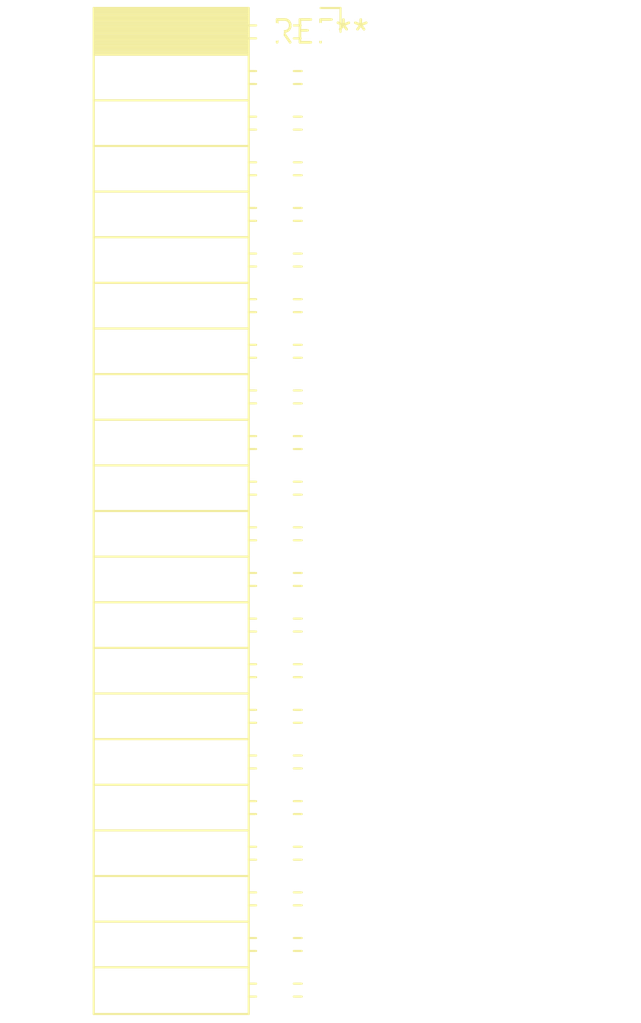
<source format=kicad_pcb>
(kicad_pcb (version 20240108) (generator pcbnew)
  (layers (0 "F.Cu" signal) (31 "B.Cu" signal) (34 "B.Paste" user) (35 "F.Paste" user) (36 "B.SilkS" user "B.Silkscreen") (37 "F.SilkS" user "F.Silkscreen") (38 "B.Mask" user) (39 "F.Mask" user) (44 "Edge.Cuts" user))
  (net 0 "")
  (footprint "PinSocket_2x22_P2.54mm_Horizontal" (layer "F.Cu") (at 0 0)
    (property "Reference" "REF**")
    (property "Value" "PinSocket_2x22_P2.54mm_Horizontal")
    (fp_line (start -12.63 -1.33) (end -12.63 54.67) (layer "F.SilkS") (stroke (width 0.12)))
    (fp_line (start -12.63 -1.33) (end -4 -1.33) (layer "F.SilkS") (stroke (width 0.12)))
    (fp_line (start -12.63 -1.21) (end -4 -1.21) (layer "F.SilkS") (stroke (width 0.12)))
    (fp_line (start -12.63 -1.091905) (end -4 -1.091905) (layer "F.SilkS") (stroke (width 0.12)))
    (fp_line (start -12.63 -0.97381) (end -4 -0.97381) (layer "F.SilkS") (stroke (width 0.12)))
    (fp_line (start -12.63 -0.855715) (end -4 -0.855715) (layer "F.SilkS") (stroke (width 0.12)))
    (fp_line (start -12.63 -0.73762) (end -4 -0.73762) (layer "F.SilkS") (stroke (width 0.12)))
    (fp_line (start -12.63 -0.619525) (end -4 -0.619525) (layer "F.SilkS") (stroke (width 0.12)))
    (fp_line (start -12.63 -0.50143) (end -4 -0.50143) (layer "F.SilkS") (stroke (width 0.12)))
    (fp_line (start -12.63 -0.383335) (end -4 -0.383335) (layer "F.SilkS") (stroke (width 0.12)))
    (fp_line (start -12.63 -0.26524) (end -4 -0.26524) (layer "F.SilkS") (stroke (width 0.12)))
    (fp_line (start -12.63 -0.147145) (end -4 -0.147145) (layer "F.SilkS") (stroke (width 0.12)))
    (fp_line (start -12.63 -0.02905) (end -4 -0.02905) (layer "F.SilkS") (stroke (width 0.12)))
    (fp_line (start -12.63 0.089045) (end -4 0.089045) (layer "F.SilkS") (stroke (width 0.12)))
    (fp_line (start -12.63 0.20714) (end -4 0.20714) (layer "F.SilkS") (stroke (width 0.12)))
    (fp_line (start -12.63 0.325235) (end -4 0.325235) (layer "F.SilkS") (stroke (width 0.12)))
    (fp_line (start -12.63 0.44333) (end -4 0.44333) (layer "F.SilkS") (stroke (width 0.12)))
    (fp_line (start -12.63 0.561425) (end -4 0.561425) (layer "F.SilkS") (stroke (width 0.12)))
    (fp_line (start -12.63 0.67952) (end -4 0.67952) (layer "F.SilkS") (stroke (width 0.12)))
    (fp_line (start -12.63 0.797615) (end -4 0.797615) (layer "F.SilkS") (stroke (width 0.12)))
    (fp_line (start -12.63 0.91571) (end -4 0.91571) (layer "F.SilkS") (stroke (width 0.12)))
    (fp_line (start -12.63 1.033805) (end -4 1.033805) (layer "F.SilkS") (stroke (width 0.12)))
    (fp_line (start -12.63 1.1519) (end -4 1.1519) (layer "F.SilkS") (stroke (width 0.12)))
    (fp_line (start -12.63 1.27) (end -4 1.27) (layer "F.SilkS") (stroke (width 0.12)))
    (fp_line (start -12.63 3.81) (end -4 3.81) (layer "F.SilkS") (stroke (width 0.12)))
    (fp_line (start -12.63 6.35) (end -4 6.35) (layer "F.SilkS") (stroke (width 0.12)))
    (fp_line (start -12.63 8.89) (end -4 8.89) (layer "F.SilkS") (stroke (width 0.12)))
    (fp_line (start -12.63 11.43) (end -4 11.43) (layer "F.SilkS") (stroke (width 0.12)))
    (fp_line (start -12.63 13.97) (end -4 13.97) (layer "F.SilkS") (stroke (width 0.12)))
    (fp_line (start -12.63 16.51) (end -4 16.51) (layer "F.SilkS") (stroke (width 0.12)))
    (fp_line (start -12.63 19.05) (end -4 19.05) (layer "F.SilkS") (stroke (width 0.12)))
    (fp_line (start -12.63 21.59) (end -4 21.59) (layer "F.SilkS") (stroke (width 0.12)))
    (fp_line (start -12.63 24.13) (end -4 24.13) (layer "F.SilkS") (stroke (width 0.12)))
    (fp_line (start -12.63 26.67) (end -4 26.67) (layer "F.SilkS") (stroke (width 0.12)))
    (fp_line (start -12.63 29.21) (end -4 29.21) (layer "F.SilkS") (stroke (width 0.12)))
    (fp_line (start -12.63 31.75) (end -4 31.75) (layer "F.SilkS") (stroke (width 0.12)))
    (fp_line (start -12.63 34.29) (end -4 34.29) (layer "F.SilkS") (stroke (width 0.12)))
    (fp_line (start -12.63 36.83) (end -4 36.83) (layer "F.SilkS") (stroke (width 0.12)))
    (fp_line (start -12.63 39.37) (end -4 39.37) (layer "F.SilkS") (stroke (width 0.12)))
    (fp_line (start -12.63 41.91) (end -4 41.91) (layer "F.SilkS") (stroke (width 0.12)))
    (fp_line (start -12.63 44.45) (end -4 44.45) (layer "F.SilkS") (stroke (width 0.12)))
    (fp_line (start -12.63 46.99) (end -4 46.99) (layer "F.SilkS") (stroke (width 0.12)))
    (fp_line (start -12.63 49.53) (end -4 49.53) (layer "F.SilkS") (stroke (width 0.12)))
    (fp_line (start -12.63 52.07) (end -4 52.07) (layer "F.SilkS") (stroke (width 0.12)))
    (fp_line (start -12.63 54.67) (end -4 54.67) (layer "F.SilkS") (stroke (width 0.12)))
    (fp_line (start -4 -1.33) (end -4 54.67) (layer "F.SilkS") (stroke (width 0.12)))
    (fp_line (start -4 -0.36) (end -3.59 -0.36) (layer "F.SilkS") (stroke (width 0.12)))
    (fp_line (start -4 0.36) (end -3.59 0.36) (layer "F.SilkS") (stroke (width 0.12)))
    (fp_line (start -4 2.18) (end -3.59 2.18) (layer "F.SilkS") (stroke (width 0.12)))
    (fp_line (start -4 2.9) (end -3.59 2.9) (layer "F.SilkS") (stroke (width 0.12)))
    (fp_line (start -4 4.72) (end -3.59 4.72) (layer "F.SilkS") (stroke (width 0.12)))
    (fp_line (start -4 5.44) (end -3.59 5.44) (layer "F.SilkS") (stroke (width 0.12)))
    (fp_line (start -4 7.26) (end -3.59 7.26) (layer "F.SilkS") (stroke (width 0.12)))
    (fp_line (start -4 7.98) (end -3.59 7.98) (layer "F.SilkS") (stroke (width 0.12)))
    (fp_line (start -4 9.8) (end -3.59 9.8) (layer "F.SilkS") (stroke (width 0.12)))
    (fp_line (start -4 10.52) (end -3.59 10.52) (layer "F.SilkS") (stroke (width 0.12)))
    (fp_line (start -4 12.34) (end -3.59 12.34) (layer "F.SilkS") (stroke (width 0.12)))
    (fp_line (start -4 13.06) (end -3.59 13.06) (layer "F.SilkS") (stroke (width 0.12)))
    (fp_line (start -4 14.88) (end -3.59 14.88) (layer "F.SilkS") (stroke (width 0.12)))
    (fp_line (start -4 15.6) (end -3.59 15.6) (layer "F.SilkS") (stroke (width 0.12)))
    (fp_line (start -4 17.42) (end -3.59 17.42) (layer "F.SilkS") (stroke (width 0.12)))
    (fp_line (start -4 18.14) (end -3.59 18.14) (layer "F.SilkS") (stroke (width 0.12)))
    (fp_line (start -4 19.96) (end -3.59 19.96) (layer "F.SilkS") (stroke (width 0.12)))
    (fp_line (start -4 20.68) (end -3.59 20.68) (layer "F.SilkS") (stroke (width 0.12)))
    (fp_line (start -4 22.5) (end -3.59 22.5) (layer "F.SilkS") (stroke (width 0.12)))
    (fp_line (start -4 23.22) (end -3.59 23.22) (layer "F.SilkS") (stroke (width 0.12)))
    (fp_line (start -4 25.04) (end -3.59 25.04) (layer "F.SilkS") (stroke (width 0.12)))
    (fp_line (start -4 25.76) (end -3.59 25.76) (layer "F.SilkS") (stroke (width 0.12)))
    (fp_line (start -4 27.58) (end -3.59 27.58) (layer "F.SilkS") (stroke (width 0.12)))
    (fp_line (start -4 28.3) (end -3.59 28.3) (layer "F.SilkS") (stroke (width 0.12)))
    (fp_line (start -4 30.12) (end -3.59 30.12) (layer "F.SilkS") (stroke (width 0.12)))
    (fp_line (start -4 30.84) (end -3.59 30.84) (layer "F.SilkS") (stroke (width 0.12)))
    (fp_line (start -4 32.66) (end -3.59 32.66) (layer "F.SilkS") (stroke (width 0.12)))
    (fp_line (start -4 33.38) (end -3.59 33.38) (layer "F.SilkS") (stroke (width 0.12)))
    (fp_line (start -4 35.2) (end -3.59 35.2) (layer "F.SilkS") (stroke (width 0.12)))
    (fp_line (start -4 35.92) (end -3.59 35.92) (layer "F.SilkS") (stroke (width 0.12)))
    (fp_line (start -4 37.74) (end -3.59 37.74) (layer "F.SilkS") (stroke (width 0.12)))
    (fp_line (start -4 38.46) (end -3.59 38.46) (layer "F.SilkS") (stroke (width 0.12)))
    (fp_line (start -4 40.28) (end -3.59 40.28) (layer "F.SilkS") (stroke (width 0.12)))
    (fp_line (start -4 41) (end -3.59 41) (layer "F.SilkS") (stroke (width 0.12)))
    (fp_line (start -4 42.82) (end -3.59 42.82) (layer "F.SilkS") (stroke (width 0.12)))
    (fp_line (start -4 43.54) (end -3.59 43.54) (layer "F.SilkS") (stroke (width 0.12)))
    (fp_line (start -4 45.36) (end -3.59 45.36) (layer "F.SilkS") (stroke (width 0.12)))
    (fp_line (start -4 46.08) (end -3.59 46.08) (layer "F.SilkS") (stroke (width 0.12)))
    (fp_line (start -4 47.9) (end -3.59 47.9) (layer "F.SilkS") (stroke (width 0.12)))
    (fp_line (start -4 48.62) (end -3.59 48.62) (layer "F.SilkS") (stroke (width 0.12)))
    (fp_line (start -4 50.44) (end -3.59 50.44) (layer "F.SilkS") (stroke (width 0.12)))
    (fp_line (start -4 51.16) (end -3.59 51.16) (layer "F.SilkS") (stroke (width 0.12)))
    (fp_line (start -4 52.98) (end -3.59 52.98) (layer "F.SilkS") (stroke (width 0.12)))
    (fp_line (start -4 53.7) (end -3.59 53.7) (layer "F.SilkS") (stroke (width 0.12)))
    (fp_line (start -1.49 -0.36) (end -1.11 -0.36) (layer "F.SilkS") (stroke (width 0.12)))
    (fp_line (start -1.49 0.36) (end -1.11 0.36) (layer "F.SilkS") (stroke (width 0.12)))
    (fp_line (start -1.49 2.18) (end -1.05 2.18) (layer "F.SilkS") (stroke (width 0.12)))
    (fp_line (start -1.49 2.9) (end -1.05 2.9) (layer "F.SilkS") (stroke (width 0.12)))
    (fp_line (start -1.49 4.72) (end -1.05 4.72) (layer "F.SilkS") (stroke (width 0.12)))
    (fp_line (start -1.49 5.44) (end -1.05 5.44) (layer "F.SilkS") (stroke (width 0.12)))
    (fp_line (start -1.49 7.26) (end -1.05 7.26) (layer "F.SilkS") (stroke (width 0.12)))
    (fp_line (start -1.49 7.98) (end -1.05 7.98) (layer "F.SilkS") (stroke (width 0.12)))
    (fp_line (start -1.49 9.8) (end -1.05 9.8) (layer "F.SilkS") (stroke (width 0.12)))
    (fp_line (start -1.49 10.52) (end -1.05 10.52) (layer "F.SilkS") (stroke (width 0.12)))
    (fp_line (start -1.49 12.34) (end -1.05 12.34) (layer "F.SilkS") (stroke (width 0.12)))
    (fp_line (start -1.49 13.06) (end -1.05 13.06) (layer "F.SilkS") (stroke (width 0.12)))
    (fp_line (start -1.49 14.88) (end -1.05 14.88) (layer "F.SilkS") (stroke (width 0.12)))
    (fp_line (start -1.49 15.6) (end -1.05 15.6) (layer "F.SilkS") (stroke (width 0.12)))
    (fp_line (start -1.49 17.42) (end -1.05 17.42) (layer "F.SilkS") (stroke (width 0.12)))
    (fp_line (start -1.49 18.14) (end -1.05 18.14) (layer "F.SilkS") (stroke (width 0.12)))
    (fp_line (start -1.49 19.96) (end -1.05 19.96) (layer "F.SilkS") (stroke (width 0.12)))
    (fp_line (start -1.49 20.68) (end -1.05 20.68) (layer "F.SilkS") (stroke (width 0.12)))
    (fp_line (start -1.49 22.5) (end -1.05 22.5) (layer "F.SilkS") (stroke (width 0.12)))
    (fp_line (start -1.49 23.22) (end -1.05 23.22) (layer "F.SilkS") (stroke (width 0.12)))
    (fp_line (start -1.49 25.04) (end -1.05 25.04) (layer "F.SilkS") (stroke (width 0.12)))
    (fp_line (start -1.49 25.76) (end -1.05 25.76) (layer "F.SilkS") (stroke (width 0.12)))
    (fp_line (start -1.49 27.58) (end -1.05 27.58) (layer "F.SilkS") (stroke (width 0.12)))
    (fp_line (start -1.49 28.3) (end -1.05 28.3) (layer "F.SilkS") (stroke (width 0.12)))
    (fp_line (start -1.49 30.12) (end -1.05 30.12) (layer "F.SilkS") (stroke (width 0.12)))
    (fp_line (start -1.49 30.84) (end -1.05 30.84) (layer "F.SilkS") (stroke (width 0.12)))
    (fp_line (start -1.49 32.66) (end -1.05 32.66) (layer "F.SilkS") (stroke (width 0.12)))
    (fp_line (start -1.49 33.38) (end -1.05 33.38) (layer "F.SilkS") (stroke (width 0.12)))
    (fp_line (start -1.49 35.2) (end -1.05 35.2) (layer "F.SilkS") (stroke (width 0.12)))
    (fp_line (start -1.49 35.92) (end -1.05 35.92) (layer "F.SilkS") (stroke (width 0.12)))
    (fp_line (start -1.49 37.74) (end -1.05 37.74) (layer "F.SilkS") (stroke (width 0.12)))
    (fp_line (start -1.49 38.46) (end -1.05 38.46) (layer "F.SilkS") (stroke (width 0.12)))
    (fp_line (start -1.49 40.28) (end -1.05 40.28) (layer "F.SilkS") (stroke (width 0.12)))
    (fp_line (start -1.49 41) (end -1.05 41) (layer "F.SilkS") (stroke (width 0.12)))
    (fp_line (start -1.49 42.82) (end -1.05 42.82) (layer "F.SilkS") (stroke (width 0.12)))
    (fp_line (start -1.49 43.54) (end -1.05 43.54) (layer "F.SilkS") (stroke (width 0.12)))
    (fp_line (start -1.49 45.36) (end -1.05 45.36) (layer "F.SilkS") (stroke (width 0.12)))
    (fp_line (start -1.49 46.08) (end -1.05 46.08) (layer "F.SilkS") (stroke (width 0.12)))
    (fp_line (start -1.49 47.9) (end -1.05 47.9) (layer "F.SilkS") (stroke (width 0.12)))
    (fp_line (start -1.49 48.62) (end -1.05 48.62) (layer "F.SilkS") (stroke (width 0.12)))
    (fp_line (start -1.49 50.44) (end -1.05 50.44) (layer "F.SilkS") (stroke (width 0.12)))
    (fp_line (start -1.49 51.16) (end -1.05 51.16) (layer "F.SilkS") (stroke (width 0.12)))
    (fp_line (start -1.49 52.98) (end -1.05 52.98) (layer "F.SilkS") (stroke (width 0.12)))
    (fp_line (start -1.49 53.7) (end -1.05 53.7) (layer "F.SilkS") (stroke (width 0.12)))
    (fp_line (start 0 -1.33) (end 1.11 -1.33) (layer "F.SilkS") (stroke (width 0.12)))
    (fp_line (start 1.11 -1.33) (end 1.11 0) (layer "F.SilkS") (stroke (width 0.12)))
    (pad "1" thru_hole rect (at 0 0) (size 1.7 1.7) (drill 1) (layers *.Cu *.Mask) (remove_unused_layers))
    (pad "2" thru_hole oval (at -2.54 0) (size 1.7 1.7) (drill 1) (layers *.Cu *.Mask) (remove_unused_layers))
    (pad "3" thru_hole oval (at 0 2.54) (size 1.7 1.7) (drill 1) (layers *.Cu *.Mask) (remove_unused_layers))
    (pad "4" thru_hole oval (at -2.54 2.54) (size 1.7 1.7) (drill 1) (layers *.Cu *.Mask) (remove_unused_layers))
    (pad "5" thru_hole oval (at 0 5.08) (size 1.7 1.7) (drill 1) (layers *.Cu *.Mask) (remove_unused_layers))
    (pad "6" thru_hole oval (at -2.54 5.08) (size 1.7 1.7) (drill 1) (layers *.Cu *.Mask) (remove_unused_layers))
    (pad "7" thru_hole oval (at 0 7.62) (size 1.7 1.7) (drill 1) (layers *.Cu *.Mask) (remove_unused_layers))
    (pad "8" thru_hole oval (at -2.54 7.62) (size 1.7 1.7) (drill 1) (layers *.Cu *.Mask) (remove_unused_layers))
    (pad "9" thru_hole oval (at 0 10.16) (size 1.7 1.7) (drill 1) (layers *.Cu *.Mask) (remove_unused_layers))
    (pad "10" thru_hole oval (at -2.54 10.16) (size 1.7 1.7) (drill 1) (layers *.Cu *.Mask) (remove_unused_layers))
    (pad "11" thru_hole oval (at 0 12.7) (size 1.7 1.7) (drill 1) (layers *.Cu *.Mask) (remove_unused_layers))
    (pad "12" thru_hole oval (at -2.54 12.7) (size 1.7 1.7) (drill 1) (layers *.Cu *.Mask) (remove_unused_layers))
    (pad "13" thru_hole oval (at 0 15.24) (size 1.7 1.7) (drill 1) (layers *.Cu *.Mask) (remove_unused_layers))
    (pad "14" thru_hole oval (at -2.54 15.24) (size 1.7 1.7) (drill 1) (layers *.Cu *.Mask) (remove_unused_layers))
    (pad "15" thru_hole oval (at 0 17.78) (size 1.7 1.7) (drill 1) (layers *.Cu *.Mask) (remove_unused_layers))
    (pad "16" thru_hole oval (at -2.54 17.78) (size 1.7 1.7) (drill 1) (layers *.Cu *.Mask) (remove_unused_layers))
    (pad "17" thru_hole oval (at 0 20.32) (size 1.7 1.7) (drill 1) (layers *.Cu *.Mask) (remove_unused_layers))
    (pad "18" thru_hole oval (at -2.54 20.32) (size 1.7 1.7) (drill 1) (layers *.Cu *.Mask) (remove_unused_layers))
    (pad "19" thru_hole oval (at 0 22.86) (size 1.7 1.7) (drill 1) (layers *.Cu *.Mask) (remove_unused_layers))
    (pad "20" thru_hole oval (at -2.54 22.86) (size 1.7 1.7) (drill 1) (layers *.Cu *.Mask) (remove_unused_layers))
    (pad "21" thru_hole oval (at 0 25.4) (size 1.7 1.7) (drill 1) (layers *.Cu *.Mask) (remove_unused_layers))
    (pad "22" thru_hole oval (at -2.54 25.4) (size 1.7 1.7) (drill 1) (layers *.Cu *.Mask) (remove_unused_layers))
    (pad "23" thru_hole oval (at 0 27.94) (size 1.7 1.7) (drill 1) (layers *.Cu *.Mask) (remove_unused_layers))
    (pad "24" thru_hole oval (at -2.54 27.94) (size 1.7 1.7) (drill 1) (layers *.Cu *.Mask) (remove_unused_layers))
    (pad "25" thru_hole oval (at 0 30.48) (size 1.7 1.7) (drill 1) (layers *.Cu *.Mask) (remove_unused_layers))
    (pad "26" thru_hole oval (at -2.54 30.48) (size 1.7 1.7) (drill 1) (layers *.Cu *.Mask) (remove_unused_layers))
    (pad "27" thru_hole oval (at 0 33.02) (size 1.7 1.7) (drill 1) (layers *.Cu *.Mask) (remove_unused_layers))
    (pad "28" thru_hole oval (at -2.54 33.02) (size 1.7 1.7) (drill 1) (layers *.Cu *.Mask) (remove_unused_layers))
    (pad "29" thru_hole oval (at 0 35.56) (size 1.7 1.7) (drill 1) (layers *.Cu *.Mask) (remove_unused_layers))
    (pad "30" thru_hole oval (at -2.54 35.56) (size 1.7 1.7) (drill 1) (layers *.Cu *.Mask) (remove_unused_layers))
    (pad "31" thru_hole oval (at 0 38.1) (size 1.7 1.7) (drill 1) (layers *.Cu *.Mask) (remove_unused_layers))
    (pad "32" thru_hole oval (at -2.54 38.1) (size 1.7 1.7) (drill 1) (layers *.Cu *.Mask) (remove_unused_layers))
    (pad "33" thru_hole oval (at 0 40.64) (size 1.7 1.7) (drill 1) (layers *.Cu *.Mask) (remove_unused_layers))
    (pad "34" thru_hole oval (at -2.54 40.64) (size 1.7 1.7) (drill 1) (layers *.Cu *.Mask) (remove_unused_layers))
    (pad "35" thru_hole oval (at 0 43.18) (size 1.7 1.7) (drill 1) (layers *.Cu *.Mask) (remove_unused_layers))
    (pad "36" thru_hole oval (at -2.54 43.18) (size 1.7 1.7) (drill 1) (layers *.Cu *.Mask) (remove_unused_layers))
    (pad "37" thru_hole oval (at 0 45.72) (size 1.7 1.7) (drill 1) (layers *.Cu *.Mask) (remove_unused_layers))
    (pad "38" thru_hole oval (at -2.54 45.72) (size 1.7 1.7) (drill 1) (layers *.Cu *.Mask) (remove_unused_layers))
    (pad "39" thru_hole oval (at 0 48.26) (size 1.7 1.7) (drill 1) (layers *.Cu *.Mask) (remove_unused_layers))
    (pad "40" thru_hole oval (at -2.54 48.26) (size 1.7 1.7) (drill 1) (layers *.Cu *.Mask) (remove_unused_layers))
    (pad "41" thru_hole oval (at 0 50.8) (size 1.7 1.7) (drill 1) (layers *.Cu *.Mask) (remove_unused_layers))
    (pad "42" thru_hole oval (at -2.54 50.8) (size 1.7 1.7) (drill 1) (layers *.Cu *.Mask) (remove_unused_layers))
    (pad "43" thru_hole oval (at 0 53.34) (size 1.7 1.7) (drill 1) (layers *.Cu *.Mask) (remove_unused_layers))
    (pad "44" thru_hole oval (at -2.54 53.34) (size 1.7 1.7) (drill 1) (layers *.Cu *.Mask) (remove_unused_layers))
  )
)
</source>
